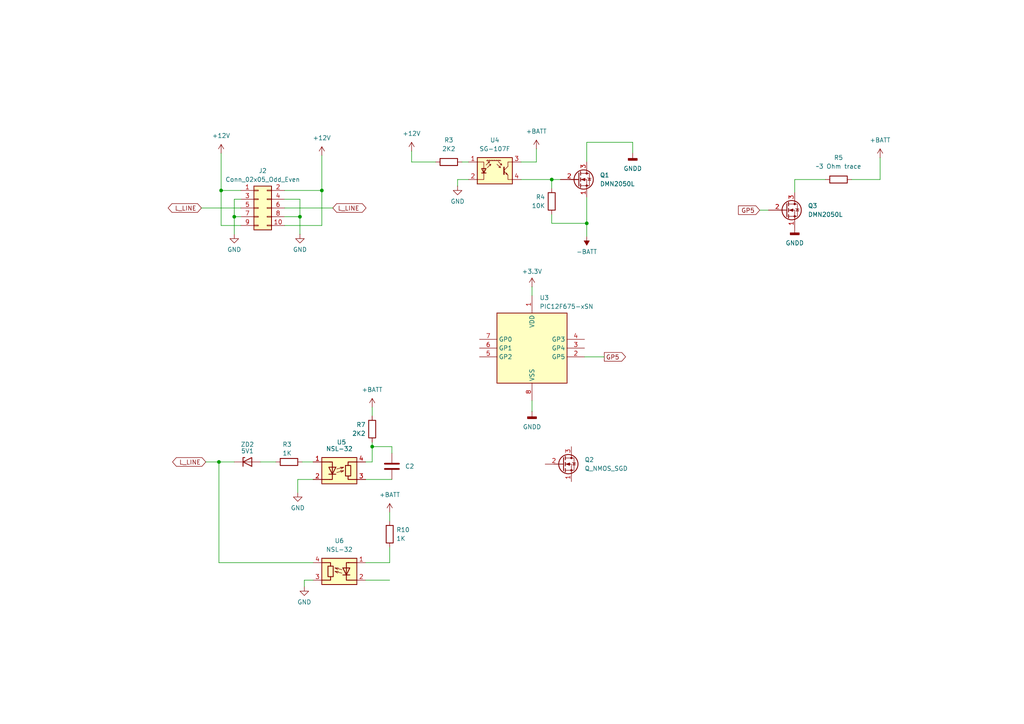
<source format=kicad_sch>
(kicad_sch (version 20250114) (generator "eeschema") (generator_version "9.0")
  (paper "A4")
  (lib_symbols
    (symbol "Connector_Generic:Conn_02x05_Odd_Even" (pin_names (offset 1.016) (hide yes))
      (property "Reference" "J" (at 1.27 7.62 0))
      (property "Value" "Conn_02x05_Odd_Even" (at 1.27 -7.62 0))
      (symbol "Conn_02x05_Odd_Even_1_1"
        (rectangle (start -1.27 6.35) (end 3.81 -6.35) (stroke (width 0.254)) (fill (type background)))
        (rectangle (start -1.27 5.207) (end 0 4.953) (stroke (width 0.1524)))
        (rectangle (start -1.27 2.667) (end 0 2.413) (stroke (width 0.1524)))
        (rectangle (start -1.27 0.127) (end 0 -0.127) (stroke (width 0.1524)))
        (rectangle (start -1.27 -2.413) (end 0 -2.667) (stroke (width 0.1524)))
        (rectangle (start -1.27 -4.953) (end 0 -5.207) (stroke (width 0.1524)))
        (rectangle (start 3.81 5.207) (end 2.54 4.953) (stroke (width 0.1524)))
        (rectangle (start 3.81 2.667) (end 2.54 2.413) (stroke (width 0.1524)))
        (rectangle (start 3.81 0.127) (end 2.54 -0.127) (stroke (width 0.1524)))
        (rectangle (start 3.81 -2.413) (end 2.54 -2.667) (stroke (width 0.1524)))
        (rectangle (start 3.81 -4.953) (end 2.54 -5.207) (stroke (width 0.1524)))
        (pin passive line (at -5.08 5.08 0) (length 3.81) (name "Pin_1") (number "1"))
        (pin passive line (at -5.08 2.54 0) (length 3.81) (name "Pin_3") (number "3"))
        (pin passive line (at -5.08 0 0) (length 3.81) (name "Pin_5") (number "5"))
        (pin passive line (at -5.08 -2.54 0) (length 3.81) (name "Pin_7") (number "7"))
        (pin passive line (at -5.08 -5.08 0) (length 3.81) (name "Pin_9") (number "9"))
        (pin passive line (at 7.62 5.08 180) (length 3.81) (name "Pin_2") (number "2"))
        (pin passive line (at 7.62 2.54 180) (length 3.81) (name "Pin_4") (number "4"))
        (pin passive line (at 7.62 0 180) (length 3.81) (name "Pin_6") (number "6"))
        (pin passive line (at 7.62 -2.54 180) (length 3.81) (name "Pin_8") (number "8"))
        (pin passive line (at 7.62 -5.08 180) (length 3.81) (name "Pin_10") (number "10"))
      )
    )
    (symbol "Device:C" (pin_numbers (hide yes)) (pin_names (offset 0.254))
      (property "Reference" "C" (at 0.635 2.54 0))
      (property "Value" "C" (at 0.635 -2.54 0))
      (symbol "C_0_1"
        (polyline (pts (xy -2.032 0.762) (xy 2.032 0.762)) (stroke (width 0.508)))
        (polyline (pts (xy -2.032 -0.762) (xy 2.032 -0.762)) (stroke (width 0.508)))
      )
      (symbol "C_1_1"
        (pin passive line (at 0 3.81 270) (length 2.794) (name "~") (number "1"))
        (pin passive line (at 0 -3.81 90) (length 2.794) (name "~") (number "2"))
      )
    )
    (symbol "Device:D_Zener" (pin_numbers (hide yes)) (pin_names (offset 1.016) (hide yes))
      (property "Reference" "D" (at 0 2.54 0))
      (property "Value" "D_Zener" (at 0 -2.54 0))
      (symbol "D_Zener_0_1"
        (polyline (pts (xy -1.27 -1.27) (xy -1.27 1.27) (xy -0.762 1.27)) (stroke (width 0.254)))
        (polyline (pts (xy 1.27 0) (xy -1.27 0)))
        (polyline (pts (xy 1.27 -1.27) (xy 1.27 1.27) (xy -1.27 0) (xy 1.27 -1.27)) (stroke (width 0.254)))
      )
      (symbol "D_Zener_1_1"
        (pin passive line (at -3.81 0 0) (length 2.54) (name "K") (number "1"))
        (pin passive line (at 3.81 0 180) (length 2.54) (name "A") (number "2"))
      )
    )
    (symbol "Device:Q_NMOS_SGD" (pin_names (offset 0) (hide yes))
      (property "Reference" "Q" (at 5.08 1.27 0))
      (property "Value" "Q_NMOS_SGD" (at 5.08 -1.27 0))
      (symbol "Q_NMOS_SGD_0_1"
        (polyline (pts (xy 0.254 1.905) (xy 0.254 -1.905)) (stroke (width 0.254)))
        (polyline (pts (xy 0.254 0) (xy -2.54 0)))
        (polyline (pts (xy 0.762 2.286) (xy 0.762 1.27)) (stroke (width 0.254)))
        (polyline (pts (xy 0.762 0.508) (xy 0.762 -0.508)) (stroke (width 0.254)))
        (polyline (pts (xy 0.762 -1.27) (xy 0.762 -2.286)) (stroke (width 0.254)))
        (polyline (pts (xy 0.762 -1.778) (xy 3.302 -1.778) (xy 3.302 1.778) (xy 0.762 1.778)))
        (polyline (pts (xy 1.016 0) (xy 2.032 0.381) (xy 2.032 -0.381) (xy 1.016 0)) (fill (type outline)))
        (circle (center 1.651 0) (radius 2.794) (stroke (width 0.254)))
        (polyline (pts (xy 2.54 2.54) (xy 2.54 1.778)))
        (circle (center 2.54 1.778) (radius 0.254) (fill (type outline)))
        (circle (center 2.54 -1.778) (radius 0.254) (fill (type outline)))
        (polyline (pts (xy 2.54 -2.54) (xy 2.54 0) (xy 0.762 0)))
        (polyline (pts (xy 2.794 0.508) (xy 2.921 0.381) (xy 3.683 0.381) (xy 3.81 0.254)))
        (polyline (pts (xy 3.302 0.381) (xy 2.921 -0.254) (xy 3.683 -0.254) (xy 3.302 0.381)))
      )
      (symbol "Q_NMOS_SGD_1_1"
        (pin input line (at -5.08 0 0) (length 5.08) (name "G") (number "2"))
        (pin passive line (at 2.54 5.08 270) (length 2.54) (name "D") (number "3"))
        (pin passive line (at 2.54 -5.08 90) (length 2.54) (name "S") (number "1"))
      )
    )
    (symbol "Device:R" (pin_numbers (hide yes)) (pin_names (offset 0))
      (property "Reference" "R" (at 2.032 0 90))
      (property "Value" "R" (at 0 0 90))
      (symbol "R_0_1"
        (rectangle (start -1.016 -2.54) (end 1.016 2.54) (stroke (width 0.254)))
      )
      (symbol "R_1_1"
        (pin passive line (at 0 3.81 270) (length 1.27) (name "~") (number "1"))
        (pin passive line (at 0 -3.81 90) (length 1.27) (name "~") (number "2"))
      )
    )
    (symbol "Isolator:NSL-32" (pin_names (offset 0.762) (hide yes))
      (property "Reference" "U" (at 0 5.08 0))
      (property "Value" "NSL-32" (at 0 -5.08 0))
      (symbol "NSL-32_0_1"
        (rectangle (start -5.08 3.81) (end 5.08 -3.81) (stroke (width 0.254)) (fill (type background)))
        (polyline (pts (xy -5.08 2.54) (xy -2.54 2.54)) (stroke (width 0.254)))
        (polyline (pts (xy -2.794 -2.54) (xy -5.08 -2.54)) (stroke (width 0.254)))
        (polyline (pts (xy -2.794 -2.54) (xy -2.032 -2.54) (xy -2.032 2.54) (xy -2.794 2.54)) (stroke (width 0.254)))
        (polyline (pts (xy -1.016 1.016) (xy -3.048 1.016) (xy -2.032 -1.016) (xy -1.016 1.016) (xy -1.016 1.016) (xy -1.016 1.016)) (stroke (width 0.254)))
        (polyline (pts (xy -1.016 -1.016) (xy -3.048 -1.016) (xy -3.048 -1.016)) (stroke (width 0.254)))
        (polyline (pts (xy -0.762 0.508) (xy 1.27 1.016) (xy 1.27 1.016)))
        (polyline (pts (xy -0.762 -0.508) (xy 1.27 0) (xy 1.27 0)))
        (polyline (pts (xy 0.254 1.016) (xy 1.27 1.016) (xy 0.508 0.508) (xy 0.508 0.508)))
        (polyline (pts (xy 0.254 0) (xy 1.27 0) (xy 0.508 -0.508) (xy 0.508 -0.508)))
        (rectangle (start 1.778 1.524) (end 3.302 -1.524) (stroke (width 0.254)))
        (polyline (pts (xy 2.54 1.524) (xy 2.54 2.54) (xy 5.08 2.54)) (stroke (width 0.254)))
        (polyline (pts (xy 2.54 -1.524) (xy 2.54 -2.54) (xy 5.08 -2.54)) (stroke (width 0.254)))
      )
      (symbol "NSL-32_1_1"
        (pin passive line (at -7.62 2.54 0) (length 2.54) (name "A") (number "1"))
        (pin passive line (at -7.62 -2.54 0) (length 2.54) (name "K") (number "2"))
        (pin passive line (at 7.62 2.54 180) (length 2.54) (name "R") (number "4"))
        (pin passive line (at 7.62 -2.54 180) (length 2.54) (name "R") (number "3"))
      )
    )
    (symbol "MCU_Microchip_PIC12:PIC12F675-xSN"
      (property "Reference" "U" (at 1.27 13.97 0))
      (property "Value" "PIC12F675-xSN" (at 1.27 11.43 0))
      (symbol "PIC12F675-xSN_0_1"
        (rectangle (start 10.16 -10.16) (end -10.16 10.16) (stroke (width 0.254)) (fill (type background)))
      )
      (symbol "PIC12F675-xSN_1_1"
        (pin bidirectional line (at -15.24 2.54 0) (length 5.08) (name "GP0") (number "7"))
        (pin bidirectional line (at -15.24 0 0) (length 5.08) (name "GP1") (number "6"))
        (pin bidirectional line (at -15.24 -2.54 0) (length 5.08) (name "GP2") (number "5"))
        (pin power_in line (at 0 15.24 270) (length 5.08) (name "VDD") (number "1"))
        (pin power_in line (at 0 -15.24 90) (length 5.08) (name "VSS") (number "8"))
        (pin input line (at 15.24 2.54 180) (length 5.08) (name "GP3") (number "4"))
        (pin bidirectional line (at 15.24 0 180) (length 5.08) (name "GP4") (number "3"))
        (pin bidirectional line (at 15.24 -2.54 180) (length 5.08) (name "GP5") (number "2"))
      )
    )
    (symbol "Sensor_Proximity:SG-107F" (pin_names (offset 1.016) (hide yes))
      (property "Reference" "U" (at -3.81 5.08 0))
      (property "Value" "SG-107F" (at 8.89 5.08 0))
      (symbol "SG-107F_0_1"
        (polyline (pts (xy -5.08 -2.54) (xy -3.175 -2.54) (xy -3.175 2.54) (xy -5.08 2.54)))
        (polyline (pts (xy -5.08 -3.81) (xy 5.08 -3.81) (xy 5.08 3.81) (xy -5.08 3.81) (xy -5.08 -3.81)) (stroke (width 0.254)) (fill (type background)))
        (polyline (pts (xy -3.81 -0.635) (xy -2.54 -0.635)) (stroke (width 0.254)))
        (polyline (pts (xy -3.175 -0.635) (xy -3.81 0.635) (xy -2.54 0.635) (xy -3.175 -0.635)) (stroke (width 0.254)))
        (polyline (pts (xy -2.54 1.651) (xy -1.524 2.667) (xy -2.032 2.54)))
        (polyline (pts (xy -2.286 2.921) (xy -2.032 3.175)))
        (polyline (pts (xy -2.159 0.889) (xy -1.143 1.905) (xy -1.651 1.778)))
        (polyline (pts (xy -1.778 2.921) (xy -1.524 3.175)))
        (polyline (pts (xy -1.524 2.667) (xy -1.651 2.159)))
        (polyline (pts (xy -1.27 2.921) (xy -1.016 3.175)))
        (polyline (pts (xy -1.143 1.905) (xy -1.27 1.397)))
        (polyline (pts (xy -0.762 2.921) (xy -0.508 3.175)))
        (polyline (pts (xy -0.254 2.921) (xy 0 3.175)))
        (polyline (pts (xy 0.254 2.921) (xy 0.508 3.175)))
        (polyline (pts (xy 0.635 1.905) (xy 1.651 0.889) (xy 1.524 1.397)))
        (polyline (pts (xy 0.762 2.921) (xy 1.016 3.175)))
        (polyline (pts (xy 1.016 2.667) (xy 2.032 1.651) (xy 1.905 2.159)))
        (polyline (pts (xy 1.27 2.921) (xy 1.524 3.175)))
        (polyline (pts (xy 1.651 0.889) (xy 1.143 1.016)))
        (polyline (pts (xy 1.778 2.921) (xy -2.413 2.921)))
        (polyline (pts (xy 2.032 1.651) (xy 1.524 1.778)))
        (polyline (pts (xy 2.667 1.016) (xy 2.667 -1.016) (xy 2.667 -1.016)) (stroke (width 0.3556)))
        (polyline (pts (xy 2.667 0.127) (xy 3.81 1.27)))
        (polyline (pts (xy 2.667 -0.127) (xy 3.81 -1.27)))
        (polyline (pts (xy 3.683 -1.143) (xy 3.429 -0.635) (xy 3.175 -0.889) (xy 3.683 -1.143)))
        (polyline (pts (xy 3.81 1.27) (xy 3.81 2.54) (xy 5.08 2.54)))
        (polyline (pts (xy 3.81 -1.27) (xy 3.81 -2.54) (xy 5.08 -2.54)))
      )
      (symbol "SG-107F_1_1"
        (pin passive line (at -7.62 2.54 0) (length 2.54) (name "A") (number "1"))
        (pin passive line (at -7.62 -2.54 0) (length 2.54) (name "K") (number "2"))
        (pin open_collector line (at 7.62 2.54 180) (length 2.54) (name "C") (number "3"))
        (pin open_emitter line (at 7.62 -2.54 180) (length 2.54) (name "E") (number "4"))
      )
    )
    (symbol "power:+12V" (power) (pin_numbers (hide yes)) (pin_names (offset 0) (hide yes))
      (property "Value" "+12V" (at 0 3.556 0))
      (symbol "+12V_0_1"
        (polyline (pts (xy -0.762 1.27) (xy 0 2.54)))
        (polyline (pts (xy 0 2.54) (xy 0.762 1.27)))
        (polyline (pts (xy 0 0) (xy 0 2.54)))
      )
      (symbol "+12V_1_1"
        (pin power_in line (at 0 0 90) (length 0) (name "~") (number "1"))
      )
    )
    (symbol "power:+3.3V" (power) (pin_numbers (hide yes)) (pin_names (offset 0) (hide yes))
      (property "Value" "+3.3V" (at 0 3.556 0))
      (symbol "+3.3V_0_1"
        (polyline (pts (xy -0.762 1.27) (xy 0 2.54)))
        (polyline (pts (xy 0 2.54) (xy 0.762 1.27)))
        (polyline (pts (xy 0 0) (xy 0 2.54)))
      )
      (symbol "+3.3V_1_1"
        (pin power_in line (at 0 0 90) (length 0) (name "~") (number "1"))
      )
    )
    (symbol "power:+BATT" (power) (pin_numbers (hide yes)) (pin_names (offset 0) (hide yes))
      (property "Value" "+BATT" (at 0 3.556 0))
      (symbol "+BATT_0_1"
        (polyline (pts (xy -0.762 1.27) (xy 0 2.54)))
        (polyline (pts (xy 0 2.54) (xy 0.762 1.27)))
        (polyline (pts (xy 0 0) (xy 0 2.54)))
      )
      (symbol "+BATT_1_1"
        (pin power_in line (at 0 0 90) (length 0) (name "~") (number "1"))
      )
    )
    (symbol "power:-BATT" (power) (pin_numbers (hide yes)) (pin_names (offset 0) (hide yes))
      (property "Value" "-BATT" (at 0 3.556 0))
      (symbol "-BATT_0_1"
        (polyline (pts (xy 0 0) (xy 0 2.54)))
        (polyline (pts (xy 0.762 1.27) (xy -0.762 1.27) (xy 0 2.54) (xy 0.762 1.27)) (fill (type outline)))
      )
      (symbol "-BATT_1_1"
        (pin power_in line (at 0 0 90) (length 0) (name "~") (number "1"))
      )
    )
    (symbol "power:GND" (power) (pin_numbers (hide yes)) (pin_names (offset 0) (hide yes))
      (property "Value" "GND" (at 0 -3.81 0))
      (symbol "GND_0_1"
        (polyline (pts (xy 0 0) (xy 0 -1.27) (xy 1.27 -1.27) (xy 0 -2.54) (xy -1.27 -1.27) (xy 0 -1.27)))
      )
      (symbol "GND_1_1"
        (pin power_in line (at 0 0 270) (length 0) (name "~") (number "1"))
      )
    )
    (symbol "power:GNDD" (power) (pin_numbers (hide yes)) (pin_names (offset 0) (hide yes))
      (property "Value" "GNDD" (at 0 -3.175 0))
      (symbol "GNDD_0_1"
        (rectangle (start -1.27 -1.524) (end 1.27 -2.032) (stroke (width 0.254)) (fill (type outline)))
        (polyline (pts (xy 0 0) (xy 0 -1.524)))
      )
      (symbol "GNDD_1_1"
        (pin power_in line (at 0 0 270) (length 0) (name "~") (number "1"))
      )
    )
  )
  (junction (at 67.945 62.865))
  (junction (at 160.02 52.07))
  (junction (at 107.95 129.54))
  (junction (at 170.18 64.77))
  (junction (at 86.995 62.865))
  (junction (at 64.135 55.245))
  (junction (at 63.5 133.985))
  (junction (at 93.345 55.245))
  (wire (pts (xy 151.13 46.99) (xy 155.575 46.99)))
  (wire (pts (xy 135.89 52.07) (xy 132.715 52.07)))
  (wire (pts (xy 160.02 62.23) (xy 160.02 64.77)))
  (wire (pts (xy 58.42 60.325) (xy 69.85 60.325)))
  (wire (pts (xy 90.805 139.065) (xy 86.36 139.065)))
  (wire (pts (xy 113.03 158.75) (xy 113.03 163.195)))
  (wire (pts (xy 75.565 133.985) (xy 80.01 133.985)))
  (wire (pts (xy 170.18 41.275) (xy 170.18 46.99)))
  (wire (pts (xy 183.515 41.275) (xy 170.18 41.275)))
  (wire (pts (xy 220.345 60.96) (xy 222.885 60.96)))
  (wire (pts (xy 82.55 55.245) (xy 93.345 55.245)))
  (wire (pts (xy 86.995 62.865) (xy 86.995 57.785)))
  (wire (pts (xy 106.045 133.985) (xy 107.95 133.985)))
  (wire (pts (xy 82.55 62.865) (xy 86.995 62.865)))
  (wire (pts (xy 255.27 52.07) (xy 255.27 45.72)))
  (wire (pts (xy 59.69 133.985) (xy 63.5 133.985)))
  (wire (pts (xy 64.135 55.245) (xy 69.85 55.245)))
  (wire (pts (xy 67.945 62.865) (xy 67.945 67.945)))
  (wire (pts (xy 154.305 83.185) (xy 154.305 85.725)))
  (wire (pts (xy 63.5 133.985) (xy 63.5 163.195)))
  (wire (pts (xy 93.345 55.245) (xy 93.345 65.405)))
  (wire (pts (xy 90.805 133.985) (xy 87.63 133.985)))
  (wire (pts (xy 106.045 139.065) (xy 113.665 139.065)))
  (wire (pts (xy 69.85 62.865) (xy 67.945 62.865)))
  (wire (pts (xy 160.02 52.07) (xy 151.13 52.07)))
  (wire (pts (xy 247.015 52.07) (xy 255.27 52.07)))
  (wire (pts (xy 107.95 118.11) (xy 107.95 120.65)))
  (wire (pts (xy 183.515 44.45) (xy 183.515 41.275)))
  (wire (pts (xy 155.575 46.99) (xy 155.575 43.18)))
  (wire (pts (xy 169.545 103.505) (xy 175.26 103.505)))
  (wire (pts (xy 106.045 163.195) (xy 113.03 163.195)))
  (wire (pts (xy 86.36 139.065) (xy 86.36 142.875)))
  (wire (pts (xy 88.265 168.275) (xy 88.265 170.18)))
  (wire (pts (xy 82.55 60.325) (xy 96.52 60.325)))
  (wire (pts (xy 107.95 129.54) (xy 107.95 128.27)))
  (wire (pts (xy 86.995 57.785) (xy 82.55 57.785)))
  (wire (pts (xy 113.665 129.54) (xy 107.95 129.54)))
  (wire (pts (xy 113.03 148.59) (xy 113.03 151.13)))
  (wire (pts (xy 160.02 52.07) (xy 160.02 54.61)))
  (wire (pts (xy 90.805 168.275) (xy 88.265 168.275)))
  (wire (pts (xy 126.365 46.99) (xy 119.38 46.99)))
  (wire (pts (xy 86.995 67.945) (xy 86.995 62.865)))
  (wire (pts (xy 160.02 64.77) (xy 170.18 64.77)))
  (wire (pts (xy 106.045 168.275) (xy 113.03 168.275)))
  (wire (pts (xy 63.5 133.985) (xy 67.945 133.985)))
  (wire (pts (xy 64.135 55.245) (xy 64.135 65.405)))
  (wire (pts (xy 170.18 64.77) (xy 170.18 68.58)))
  (wire (pts (xy 230.505 52.07) (xy 230.505 55.88)))
  (wire (pts (xy 107.95 133.985) (xy 107.95 129.54)))
  (wire (pts (xy 113.665 131.445) (xy 113.665 129.54)))
  (wire (pts (xy 239.395 52.07) (xy 230.505 52.07)))
  (wire (pts (xy 132.715 52.07) (xy 132.715 53.975)))
  (wire (pts (xy 69.85 65.405) (xy 64.135 65.405)))
  (wire (pts (xy 90.805 163.195) (xy 63.5 163.195)))
  (wire (pts (xy 64.135 44.45) (xy 64.135 55.245)))
  (wire (pts (xy 119.38 46.99) (xy 119.38 43.815)))
  (wire (pts (xy 170.18 57.15) (xy 170.18 64.77)))
  (wire (pts (xy 93.345 65.405) (xy 82.55 65.405)))
  (wire (pts (xy 69.85 57.785) (xy 67.945 57.785)))
  (wire (pts (xy 93.345 55.245) (xy 93.345 45.085)))
  (wire (pts (xy 133.985 46.99) (xy 135.89 46.99)))
  (wire (pts (xy 67.945 57.785) (xy 67.945 62.865)))
  (wire (pts (xy 162.56 52.07) (xy 160.02 52.07)))
  (wire (pts (xy 154.305 116.205) (xy 154.305 119.38)))
  (global_label "GP5" (shape output) (at 175.26 103.505 0) (property "Intersheetrefs" "${INTERSHEET_REFS}" (effects (hide yes))))
  (global_label "L_LINE" (shape bidirectional) (at 96.52 60.325 0) (property "Intersheetrefs" "${INTERSHEET_REFS}" (effects (hide yes))))
  (global_label "L_LINE" (shape bidirectional) (at 59.69 133.985 180) (property "Intersheetrefs" "${INTERSHEET_REFS}" (effects (hide yes))))
  (global_label "L_LINE" (shape bidirectional) (at 58.42 60.325 180) (property "Intersheetrefs" "${INTERSHEET_REFS}" (effects (hide yes))))
  (global_label "GP5" (shape input) (at 220.345 60.96 180) (property "Intersheetrefs" "${INTERSHEET_REFS}" (effects (hide yes))))
  (symbol (lib_id "power:GNDD") (at 183.515 44.45 0) (unit 1)
    (property "Reference" "#PWR018" (effects (hide yes)))
    (property "Value" "GNDD" (at 183.515 48.895 0))
    (property "Description" "Power symbol creates a global label with name \"GNDD\" , digital ground" (effects (hide yes)))
  )
  (symbol (lib_id "power:GNDD") (at 230.505 66.04 0) (unit 1)
    (property "Reference" "#PWR027" (effects (hide yes)))
    (property "Value" "GNDD" (at 230.505 70.485 0))
    (property "Description" "Power symbol creates a global label with name \"GNDD\" , digital ground" (effects (hide yes)))
  )
  (symbol (lib_id "Device:C") (at 113.665 135.255 0) (unit 1)
    (property "Reference" "C2" (at 117.475 135.2549 0) (effects (justify left)))
    (property "Value" "C" (effects (hide yes)))
    (property "Description" "Unpolarized capacitor" (effects (hide yes)))
  )
  (symbol (lib_id "power:GND") (at 67.945 67.945 0) (unit 1)
    (property "Reference" "#PWR021" (effects (hide yes)))
    (property "Value" "GND" (at 67.945 72.39 0))
    (property "Description" "Power symbol creates a global label with name \"GND\" , ground" (effects (hide yes)))
  )
  (symbol (lib_id "power:GND") (at 86.36 142.875 0) (unit 1)
    (property "Reference" "#PWR032" (effects (hide yes)))
    (property "Value" "GND" (at 86.36 147.32 0))
    (property "Description" "Power symbol creates a global label with name \"GND\" , ground" (effects (hide yes)))
  )
  (symbol (lib_id "Device:Q_NMOS_SGD") (at 167.64 52.07 0) (unit 1)
    (property "Reference" "Q1" (at 173.99 50.7999 0) (effects (justify left)))
    (property "Value" "DMN2050L" (at 173.99 53.3399 0) (effects (justify left)))
    (property "Description" "N-MOSFET transistor, source/gate/drain" (effects (hide yes)))
  )
  (symbol (lib_id "power:GNDD") (at 154.305 119.38 0) (unit 1)
    (property "Reference" "#PWR016" (effects (hide yes)))
    (property "Value" "GNDD" (at 154.305 123.825 0))
    (property "Description" "Power symbol creates a global label with name \"GNDD\" , digital ground" (effects (hide yes)))
  )
  (symbol (lib_id "Isolator:NSL-32") (at 98.425 136.525 0) (unit 1)
    (property "Reference" "U5" (at 99.06 128.27 0))
    (property "Value" "NSL-32" (at 98.425 130.175 0))
    (property "Footprint" "OptoDevice:Luna_NSL-32" (effects (hide yes)))
    (property "Datasheet" "http://lunainc.com/wp-content/uploads/2016/06/NSL-32.pdf" (effects (hide yes)))
    (property "Description" "Optocoupler, LED Input, Photocell Output" (effects (hide yes)))
  )
  (symbol (lib_id "power:-BATT") (at 170.18 68.58 180) (unit 1)
    (property "Reference" "#PWR026" (effects (hide yes)))
    (property "Value" "-BATT" (at 170.18 73.025 0))
    (property "Description" "Power symbol creates a global label with name \"-BATT\"" (effects (hide yes)))
  )
  (symbol (lib_id "power:GND") (at 86.995 67.945 0) (unit 1)
    (property "Reference" "#PWR022" (effects (hide yes)))
    (property "Value" "GND" (at 86.995 72.39 0))
    (property "Description" "Power symbol creates a global label with name \"GND\" , ground" (effects (hide yes)))
  )
  (symbol (lib_id "Device:R") (at 160.02 58.42 0) (mirror x) (unit 1)
    (property "Reference" "R4" (at 158.115 57.1499 0) (effects (justify right)))
    (property "Value" "10K" (at 158.115 59.6899 0) (effects (justify right)))
    (property "Description" "Resistor" (effects (hide yes)))
  )
  (symbol (lib_id "MCU_Microchip_PIC12:PIC12F675-xSN") (at 154.305 100.965 0) (unit 1)
    (property "Reference" "U3" (at 156.4991 86.36 0) (effects (justify left)))
    (property "Value" "PIC12F675-xSN" (at 156.4991 88.9 0) (effects (justify left)))
    (property "Footprint" "Package_SO:SOIC-8_3.9x4.9mm_P1.27mm" (effects (hide yes)))
    (property "Datasheet" "https://ww1.microchip.com/downloads/en/DeviceDoc/41190G.pdf" (effects (hide yes)))
    (property "Description" "PIC12F675, 1024W Flash, 64B SRAM, 128B EEPROM, SOIC-8" (effects (hide yes)))
  )
  (symbol (lib_id "Device:R") (at 83.82 133.985 90) (mirror x) (unit 1)
    (property "Reference" "R3" (at 81.915 128.905 90) (effects (justify right)))
    (property "Value" "1K" (at 81.915 131.445 90) (effects (justify right)))
    (property "Description" "Resistor" (effects (hide yes)))
  )
  (symbol (lib_id "power:+12V") (at 119.38 43.815 0) (unit 1)
    (property "Reference" "#PWR024" (effects (hide yes)))
    (property "Value" "+12V" (at 119.38 38.735 0))
    (property "Description" "Power symbol creates a global label with name \"+12V\"" (effects (hide yes)))
  )
  (symbol (lib_id "power:+12V") (at 64.135 44.45 0) (unit 1)
    (property "Reference" "#PWR020" (effects (hide yes)))
    (property "Value" "+12V" (at 64.135 39.37 0))
    (property "Description" "Power symbol creates a global label with name \"+12V\"" (effects (hide yes)))
  )
  (symbol (lib_id "power:GND") (at 88.265 170.18 0) (unit 1)
    (property "Reference" "#PWR034" (effects (hide yes)))
    (property "Value" "GND" (at 88.265 174.625 0))
    (property "Description" "Power symbol creates a global label with name \"GND\" , ground" (effects (hide yes)))
  )
  (symbol (lib_id "Connector_Generic:Conn_02x05_Odd_Even") (at 74.93 60.325 0) (unit 1)
    (property "Reference" "J2" (at 76.2 49.53 0))
    (property "Value" "Conn_02x05_Odd_Even" (at 76.2 52.07 0))
    (property "Description" "Generic connector, double row, 02x05, odd/even pin numbering scheme (row 1 odd numbers, row 2 even numbers), script generated (kicad-library-utils/schlib/autogen/connector/)" (effects (hide yes)))
  )
  (symbol (lib_id "Device:R") (at 130.175 46.99 90) (unit 1)
    (property "Reference" "R3" (at 130.175 40.64 90))
    (property "Value" "2K2" (at 130.175 43.18 90))
    (property "Description" "Resistor" (effects (hide yes)))
  )
  (symbol (lib_id "power:+3.3V") (at 154.305 83.185 0) (unit 1)
    (property "Reference" "#PWR019" (effects (hide yes)))
    (property "Value" "+3.3V" (at 154.305 78.74 0))
    (property "Description" "Power symbol creates a global label with name \"+3.3V\"" (effects (hide yes)))
  )
  (symbol (lib_id "Device:R") (at 113.03 154.94 180) (unit 1)
    (property "Reference" "R10" (at 114.935 153.6699 0) (effects (justify right)))
    (property "Value" "1K" (at 114.935 156.2099 0) (effects (justify right)))
    (property "Description" "Resistor" (effects (hide yes)))
  )
  (symbol (lib_id "power:+BATT") (at 155.575 43.18 0) (unit 1)
    (property "Reference" "#PWR017" (effects (hide yes)))
    (property "Value" "+BATT" (at 155.575 38.1 0))
    (property "Description" "Power symbol creates a global label with name \"+BATT\"" (effects (hide yes)))
  )
  (symbol (lib_id "Device:R") (at 243.205 52.07 90) (unit 1)
    (property "Reference" "R5" (at 243.205 45.72 90))
    (property "Value" "~3 Ohm trace" (at 243.205 48.26 90))
    (property "Description" "Resistor" (effects (hide yes)))
  )
  (symbol (lib_id "Device:Q_NMOS_SGD") (at 227.965 60.96 0) (unit 1)
    (property "Reference" "Q3" (at 234.315 59.6899 0) (effects (justify left)))
    (property "Value" "DMN2050L" (at 234.315 62.2299 0) (effects (justify left)))
    (property "Description" "N-MOSFET transistor, source/gate/drain" (effects (hide yes)))
  )
  (symbol (lib_id "power:GND") (at 132.715 53.975 0) (unit 1)
    (property "Reference" "#PWR025" (effects (hide yes)))
    (property "Value" "GND" (at 132.715 58.42 0))
    (property "Description" "Power symbol creates a global label with name \"GND\" , ground" (effects (hide yes)))
  )
  (symbol (lib_id "Isolator:NSL-32") (at 98.425 165.735 0) (mirror y) (unit 1)
    (property "Reference" "U6" (at 98.425 156.845 0))
    (property "Value" "NSL-32" (at 98.425 159.385 0))
    (property "Footprint" "OptoDevice:Luna_NSL-32" (effects (hide yes)))
    (property "Datasheet" "http://lunainc.com/wp-content/uploads/2016/06/NSL-32.pdf" (effects (hide yes)))
    (property "Description" "Optocoupler, LED Input, Photocell Output" (effects (hide yes)))
  )
  (symbol (lib_id "Device:R") (at 107.95 124.46 0) (mirror x) (unit 1)
    (property "Reference" "R7" (at 106.045 123.1899 0) (effects (justify right)))
    (property "Value" "2K2" (at 106.045 125.7299 0) (effects (justify right)))
    (property "Description" "Resistor" (effects (hide yes)))
  )
  (symbol (lib_id "power:+BATT") (at 113.03 148.59 0) (unit 1)
    (property "Reference" "#PWR036" (effects (hide yes)))
    (property "Value" "+BATT" (at 113.03 143.51 0))
    (property "Description" "Power symbol creates a global label with name \"+BATT\"" (effects (hide yes)))
  )
  (symbol (lib_id "Sensor_Proximity:SG-107F") (at 143.51 49.53 0) (unit 1)
    (property "Reference" "U4" (at 143.51 40.64 0))
    (property "Value" "SG-107F" (at 143.51 43.18 0))
    (property "Footprint" "OptoDevice:Kodenshi_SG105F" (effects (hide yes)))
    (property "Datasheet" "https://www.pacer.co.uk/Assets/User/1055-SG-107F.pdf" (effects (hide yes)))
    (property "Description" "Subminiature Reflective Optical Sensor, DIP-lie THT-package" (effects (hide yes)))
  )
  (symbol (lib_id "power:+BATT") (at 255.27 45.72 0) (unit 1)
    (property "Reference" "#PWR028" (effects (hide yes)))
    (property "Value" "+BATT" (at 255.27 40.64 0))
    (property "Description" "Power symbol creates a global label with name \"+BATT\"" (effects (hide yes)))
  )
  (symbol (lib_id "power:+BATT") (at 107.95 118.11 0) (unit 1)
    (property "Reference" "#PWR033" (effects (hide yes)))
    (property "Value" "+BATT" (at 107.95 113.03 0))
    (property "Description" "Power symbol creates a global label with name \"+BATT\"" (effects (hide yes)))
  )
  (symbol (lib_id "Device:Q_NMOS_SGD") (at 163.195 134.62 0) (unit 1)
    (property "Reference" "Q2" (at 169.545 133.3499 0) (effects (justify left)))
    (property "Value" "Q_NMOS_SGD" (at 169.545 135.8899 0) (effects (justify left)))
    (property "Description" "N-MOSFET transistor, source/gate/drain" (effects (hide yes)))
  )
  (symbol (lib_id "power:+12V") (at 93.345 45.085 0) (unit 1)
    (property "Reference" "#PWR023" (effects (hide yes)))
    (property "Value" "+12V" (at 93.345 40.005 0))
    (property "Description" "Power symbol creates a global label with name \"+12V\"" (effects (hide yes)))
  )
  (symbol (lib_id "Device:D_Zener") (at 71.755 133.985 0) (unit 1)
    (property "Reference" "ZD2" (at 71.755 128.905 0))
    (property "Value" "5V1" (at 71.755 130.81 0))
    (property "Description" "Zener diode" (effects (hide yes)))
  )
)
</source>
